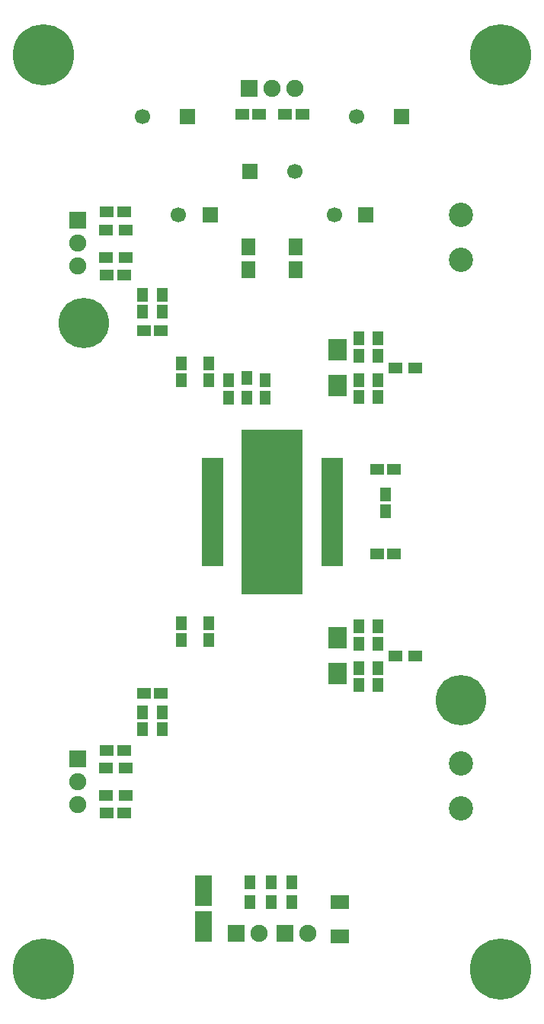
<source format=gbr>
G04 #@! TF.FileFunction,Soldermask,Top*
%FSLAX46Y46*%
G04 Gerber Fmt 4.6, Leading zero omitted, Abs format (unit mm)*
G04 Created by KiCad (PCBNEW 4.0.2-stable) date 08.07.2018 23:17:36*
%MOMM*%
G01*
G04 APERTURE LIST*
%ADD10C,0.100000*%
%ADD11C,4.800000*%
%ADD12C,5.600000*%
%ADD13C,6.800000*%
%ADD14R,1.600000X1.150000*%
%ADD15C,1.700000*%
%ADD16R,1.700000X1.700000*%
%ADD17R,1.150000X1.600000*%
%ADD18R,1.900000X3.400000*%
%ADD19R,2.400000X1.000000*%
%ADD20R,6.800000X18.400000*%
%ADD21R,1.650000X1.900000*%
%ADD22R,1.600000X1.300000*%
%ADD23R,1.300000X1.600000*%
%ADD24R,2.100000X1.500000*%
%ADD25R,1.900000X1.900000*%
%ADD26C,1.900000*%
%ADD27O,1.900000X1.900000*%
%ADD28C,2.700000*%
%ADD29R,2.000000X2.400000*%
G04 APERTURE END LIST*
D10*
D11*
X125400000Y-85300000D03*
X125400000Y-73200000D03*
D12*
X146355000Y-100155000D03*
X104445000Y-58245000D03*
D13*
X150800000Y-28400000D03*
X100000000Y-28400000D03*
X100000000Y-130000000D03*
X150800000Y-130000000D03*
D14*
X122050000Y-35000000D03*
X123950000Y-35000000D03*
X126850000Y-35000000D03*
X128750000Y-35000000D03*
D15*
X115000000Y-46200000D03*
D16*
X118500000Y-46200000D03*
D15*
X132300000Y-46200000D03*
D16*
X135800000Y-46200000D03*
X116000000Y-35300000D03*
D15*
X111000000Y-35300000D03*
D16*
X139800000Y-35300000D03*
D15*
X134800000Y-35300000D03*
D14*
X107050000Y-112650000D03*
X108950000Y-112650000D03*
X107050000Y-52850000D03*
X108950000Y-52850000D03*
X107050000Y-105700000D03*
X108950000Y-105700000D03*
X107050000Y-45850000D03*
X108950000Y-45850000D03*
D16*
X122900000Y-41400000D03*
D15*
X127900000Y-41400000D03*
D17*
X113200000Y-101450000D03*
X113200000Y-103350000D03*
X111000000Y-101450000D03*
X111000000Y-103350000D03*
X111000000Y-56950000D03*
X111000000Y-55050000D03*
X113200000Y-56950000D03*
X113200000Y-55050000D03*
D14*
X113050000Y-99350000D03*
X111150000Y-99350000D03*
X111150000Y-59050000D03*
X113050000Y-59050000D03*
D17*
X115350000Y-91550000D03*
X115350000Y-93450000D03*
X115350000Y-64600000D03*
X115350000Y-62700000D03*
X118400000Y-91550000D03*
X118400000Y-93450000D03*
X118400000Y-64600000D03*
X118400000Y-62700000D03*
X120600000Y-66500000D03*
X120600000Y-64600000D03*
D18*
X117800000Y-125298980D03*
X117800000Y-121301020D03*
D17*
X124600000Y-66500000D03*
X124600000Y-64600000D03*
X138000000Y-79150000D03*
X138000000Y-77250000D03*
D14*
X137050000Y-83900000D03*
X138950000Y-83900000D03*
X138950000Y-74500000D03*
X137050000Y-74500000D03*
D17*
X135000000Y-66450000D03*
X135000000Y-64550000D03*
X135000000Y-91950000D03*
X135000000Y-93850000D03*
X135000000Y-59950000D03*
X135000000Y-61850000D03*
X135000000Y-98450000D03*
X135000000Y-96550000D03*
X137150000Y-93850000D03*
X137150000Y-91950000D03*
X137150000Y-64550000D03*
X137150000Y-66450000D03*
X137150000Y-96550000D03*
X137150000Y-98450000D03*
X137150000Y-61850000D03*
X137150000Y-59950000D03*
D19*
X118750000Y-84700000D03*
X118750000Y-83700000D03*
X118750000Y-82700000D03*
X118750000Y-81700000D03*
X118750000Y-80700000D03*
X118750000Y-79700000D03*
X118750000Y-78700000D03*
X118750000Y-77700000D03*
X118750000Y-76700000D03*
X118750000Y-75700000D03*
X118750000Y-74700000D03*
X118750000Y-73700000D03*
X132050000Y-84700000D03*
X132050000Y-83700000D03*
X132050000Y-82700000D03*
X132050000Y-81700000D03*
X132050000Y-80700000D03*
X132050000Y-79700000D03*
X132050000Y-78700000D03*
X132050000Y-77700000D03*
X132050000Y-76700000D03*
X132050000Y-75700000D03*
X132050000Y-74700000D03*
X132050000Y-73700000D03*
D20*
X125400000Y-79200000D03*
D21*
X122800000Y-49750000D03*
X122800000Y-52250000D03*
X128000000Y-49750000D03*
X128000000Y-52250000D03*
D22*
X109100000Y-110700000D03*
X106900000Y-110700000D03*
X109100000Y-107650000D03*
X106900000Y-107650000D03*
X109100000Y-50900000D03*
X106900000Y-50900000D03*
X109100000Y-47900000D03*
X106900000Y-47900000D03*
D23*
X122600000Y-66500000D03*
X122600000Y-64300000D03*
X122900000Y-122600000D03*
X122900000Y-120400000D03*
X125300000Y-122600000D03*
X125300000Y-120400000D03*
X127600000Y-122600000D03*
X127600000Y-120400000D03*
D22*
X141300000Y-95200000D03*
X139100000Y-95200000D03*
X141300000Y-63200000D03*
X139100000Y-63200000D03*
D24*
X132900000Y-126400000D03*
X132900000Y-122600000D03*
D25*
X122860000Y-32150000D03*
D26*
X125400000Y-32150000D03*
X127940000Y-32150000D03*
D25*
X103810000Y-106630000D03*
D26*
X103810000Y-109170000D03*
X103810000Y-111710000D03*
D25*
X103810000Y-46815000D03*
D26*
X103810000Y-49355000D03*
X103810000Y-51895000D03*
D25*
X121400000Y-126000000D03*
D27*
X123940000Y-126000000D03*
D25*
X126860000Y-126000000D03*
D27*
X129400000Y-126000000D03*
D28*
X146355000Y-112180000D03*
X146355000Y-107180000D03*
X146355000Y-51220000D03*
X146355000Y-46220000D03*
D29*
X132650000Y-65200000D03*
X132650000Y-61200000D03*
X132650000Y-93200000D03*
X132650000Y-97200000D03*
D11*
X125400000Y-79200000D03*
M02*

</source>
